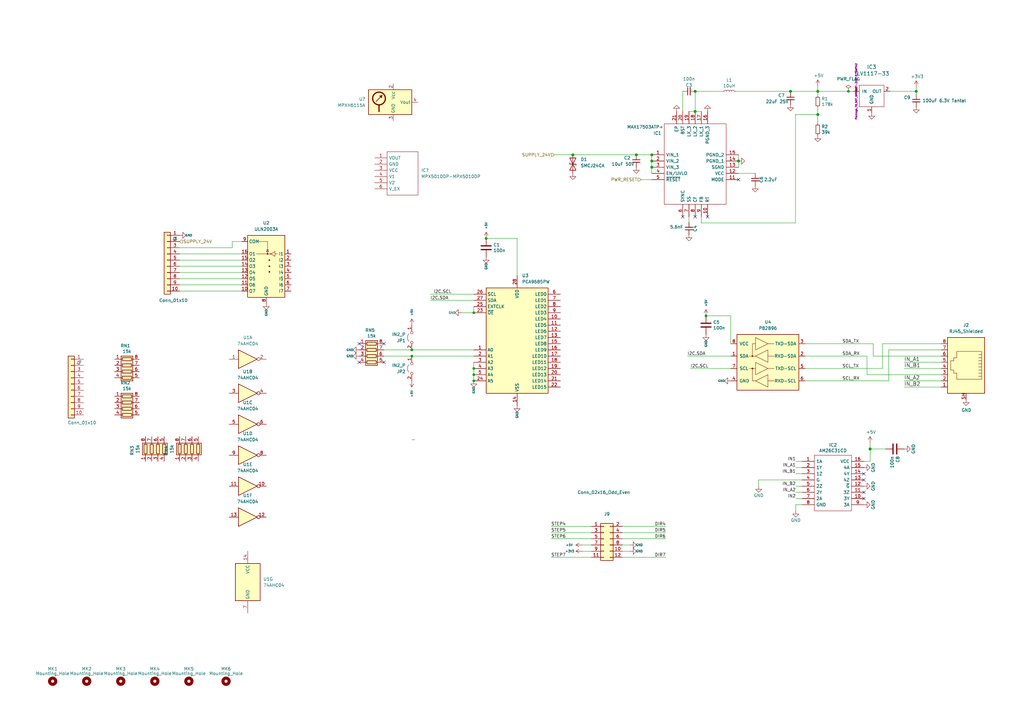
<source format=kicad_sch>
(kicad_sch (version 20211123) (generator eeschema)
  (paper "A3")
  (lib_symbols
    (symbol "74xx:74AHC04"
      (property "Reference" "U" (at 0 1.27 0))
      (property "Value" "74AHC04" (at 0 -1.27 0))
      (symbol "74AHC04_1_0"
        (pin input line (at -7.62 0 0) (length 3.81) (name "~") (number "1"))
        (pin output inverted (at 7.62 0 180) (length 3.81) (name "~") (number "2"))
      )
      (symbol "74AHC04_2_0"
        (pin input line (at -7.62 0 0) (length 3.81) (name "~") (number "3"))
        (pin output inverted (at 7.62 0 180) (length 3.81) (name "~") (number "4"))
      )
      (symbol "74AHC04_3_0"
        (pin input line (at -7.62 0 0) (length 3.81) (name "~") (number "5"))
        (pin output inverted (at 7.62 0 180) (length 3.81) (name "~") (number "6"))
      )
      (symbol "74AHC04_4_0"
        (pin output inverted (at 7.62 0 180) (length 3.81) (name "~") (number "8"))
        (pin input line (at -7.62 0 0) (length 3.81) (name "~") (number "9"))
      )
      (symbol "74AHC04_5_0"
        (pin output inverted (at 7.62 0 180) (length 3.81) (name "~") (number "10"))
        (pin input line (at -7.62 0 0) (length 3.81) (name "~") (number "11"))
      )
      (symbol "74AHC04_6_0"
        (pin output inverted (at 7.62 0 180) (length 3.81) (name "~") (number "12"))
        (pin input line (at -7.62 0 0) (length 3.81) (name "~") (number "13"))
      )
      (symbol "74AHC04_7_0"
        (pin power_in line (at 0 12.7 270) (length 5.08) (name "VCC") (number "14"))
        (pin power_in line (at 0 -12.7 90) (length 5.08) (name "GND") (number "7"))
      )
    )
    (symbol "Connector:RJ45_Shielded" (pin_names (offset 1.016))
      (property "Reference" "J" (at -5.08 13.97 0))
      (property "Value" "RJ45_Shielded" (at 2.54 13.97 0))
      (symbol "RJ45_Shielded_1_1"
        (pin passive line (at 10.16 -7.62 180) (length 2.54) (name "~") (number "1"))
        (pin passive line (at 10.16 -5.08 180) (length 2.54) (name "~") (number "2"))
        (pin passive line (at 10.16 -2.54 180) (length 2.54) (name "~") (number "3"))
        (pin passive line (at 10.16 0 180) (length 2.54) (name "~") (number "4"))
        (pin passive line (at 10.16 2.54 180) (length 2.54) (name "~") (number "5"))
        (pin passive line (at 10.16 5.08 180) (length 2.54) (name "~") (number "6"))
        (pin passive line (at 10.16 7.62 180) (length 2.54) (name "~") (number "7"))
        (pin passive line (at 10.16 10.16 180) (length 2.54) (name "~") (number "8"))
        (pin passive line (at 0 -12.7 90) (length 2.54) (name "~") (number "SH"))
      )
    )
    (symbol "Connector_Generic:Conn_01x10" (pin_names (offset 1.016) hide)
      (property "Reference" "J" (at 0 12.7 0))
      (property "Value" "Conn_01x10" (at 0 -15.24 0))
      (symbol "Conn_01x10_1_1"
        (pin passive line (at -5.08 10.16 0) (length 3.81) (name "Pin_1") (number "1"))
        (pin passive line (at -5.08 -12.7 0) (length 3.81) (name "Pin_10") (number "10"))
        (pin passive line (at -5.08 7.62 0) (length 3.81) (name "Pin_2") (number "2"))
        (pin passive line (at -5.08 5.08 0) (length 3.81) (name "Pin_3") (number "3"))
        (pin passive line (at -5.08 2.54 0) (length 3.81) (name "Pin_4") (number "4"))
        (pin passive line (at -5.08 0 0) (length 3.81) (name "Pin_5") (number "5"))
        (pin passive line (at -5.08 -2.54 0) (length 3.81) (name "Pin_6") (number "6"))
        (pin passive line (at -5.08 -5.08 0) (length 3.81) (name "Pin_7") (number "7"))
        (pin passive line (at -5.08 -7.62 0) (length 3.81) (name "Pin_8") (number "8"))
        (pin passive line (at -5.08 -10.16 0) (length 3.81) (name "Pin_9") (number "9"))
      )
    )
    (symbol "Connector_Generic:Conn_02x06_Odd_Even" (pin_names (offset 1.016) hide)
      (property "Reference" "J" (at 1.27 7.62 0))
      (property "Value" "Conn_02x06_Odd_Even" (at 1.27 -10.16 0))
      (symbol "Conn_02x06_Odd_Even_1_1"
        (pin passive line (at -5.08 5.08 0) (length 3.81) (name "Pin_1") (number "1"))
        (pin passive line (at 7.62 -5.08 180) (length 3.81) (name "Pin_10") (number "10"))
        (pin passive line (at -5.08 -7.62 0) (length 3.81) (name "Pin_11") (number "11"))
        (pin passive line (at 7.62 -7.62 180) (length 3.81) (name "Pin_12") (number "12"))
        (pin passive line (at 7.62 5.08 180) (length 3.81) (name "Pin_2") (number "2"))
        (pin passive line (at -5.08 2.54 0) (length 3.81) (name "Pin_3") (number "3"))
        (pin passive line (at 7.62 2.54 180) (length 3.81) (name "Pin_4") (number "4"))
        (pin passive line (at -5.08 0 0) (length 3.81) (name "Pin_5") (number "5"))
        (pin passive line (at 7.62 0 180) (length 3.81) (name "Pin_6") (number "6"))
        (pin passive line (at -5.08 -2.54 0) (length 3.81) (name "Pin_7") (number "7"))
        (pin passive line (at 7.62 -2.54 180) (length 3.81) (name "Pin_8") (number "8"))
        (pin passive line (at -5.08 -5.08 0) (length 3.81) (name "Pin_9") (number "9"))
      )
    )
    (symbol "Device:C_Small" (pin_numbers hide) (pin_names (offset 0.254) hide)
      (property "Reference" "C" (at 0.254 1.778 0))
      (property "Value" "C_Small" (at 0.254 -2.032 0))
      (symbol "C_Small_1_1"
        (pin passive line (at 0 2.54 270) (length 2.032) (name "~") (number "1"))
        (pin passive line (at 0 -2.54 90) (length 2.032) (name "~") (number "2"))
      )
    )
    (symbol "Device:D_TVS" (pin_numbers hide) (pin_names (offset 1.016) hide)
      (property "Reference" "D" (at 0 2.54 0))
      (property "Value" "D_TVS" (at 0 -2.54 0))
      (symbol "D_TVS_1_1"
        (pin passive line (at -3.81 0 0) (length 2.54) (name "A1") (number "1"))
        (pin passive line (at 3.81 0 180) (length 2.54) (name "A2") (number "2"))
      )
    )
    (symbol "Device:L_Small" (pin_numbers hide) (pin_names (offset 0.254) hide)
      (property "Reference" "L" (at 0.762 1.016 0))
      (property "Value" "L_Small" (at 0.762 -1.016 0))
      (symbol "L_Small_1_1"
        (pin passive line (at 0 2.54 270) (length 0.508) (name "~") (number "1"))
        (pin passive line (at 0 -2.54 90) (length 0.508) (name "~") (number "2"))
      )
    )
    (symbol "Device:R_Small" (pin_numbers hide) (pin_names (offset 0.254) hide)
      (property "Reference" "R" (at 0.762 0.508 0))
      (property "Value" "R_Small" (at 0.762 -1.016 0))
      (symbol "R_Small_1_1"
        (pin passive line (at 0 2.54 270) (length 0.762) (name "~") (number "1"))
        (pin passive line (at 0 -2.54 90) (length 0.762) (name "~") (number "2"))
      )
    )
    (symbol "DriveAdd_Printer_v2-rescue:LM1117-step2cnc-Sensor_tank_v1-rescue-Uni_General_v1-rescue-Uni_Printer_v1-rescue-Uni_Printer-rescue" (pin_names (offset 1.016))
      (property "Reference" "IC" (at 3.81 -7.62 0))
      (property "Value" "LM1117-step2cnc-Sensor_tank_v1-rescue-Uni_General_v1-rescue-Uni_Printer_v1-rescue-Uni_Printer-rescue" (at 0 3.81 0))
      (symbol "LM1117-step2cnc-Sensor_tank_v1-rescue-Uni_General_v1-rescue-Uni_Printer_v1-rescue-Uni_Printer-rescue_1_1"
        (pin power_in line (at 0 -8.89 90) (length 2.54) (name "GND") (number "1"))
        (pin power_out line (at 7.62 0 180) (length 2.54) (name "OUT") (number "2"))
        (pin power_in line (at -7.62 0 0) (length 2.54) (name "IN") (number "3"))
      )
    )
    (symbol "Driver_LED:PCA9685PW"
      (property "Reference" "U" (at -12.7 22.225 0))
      (property "Value" "PCA9685PW" (at 1.27 22.225 0))
      (symbol "PCA9685PW_1_1"
        (pin input line (at -17.78 -5.08 0) (length 5.08) (name "A0") (number "1"))
        (pin output line (at 17.78 7.62 180) (length 5.08) (name "LED4") (number "10"))
        (pin output line (at 17.78 5.08 180) (length 5.08) (name "LED5") (number "11"))
        (pin output line (at 17.78 2.54 180) (length 5.08) (name "LED6") (number "12"))
        (pin output line (at 17.78 0 180) (length 5.08) (name "LED7") (number "13"))
        (pin power_in line (at 0 -27.94 90) (length 5.08) (name "VSS") (number "14"))
        (pin output line (at 17.78 -2.54 180) (length 5.08) (name "LED8") (number "15"))
        (pin output line (at 17.78 -5.08 180) (length 5.08) (name "LED9") (number "16"))
        (pin output line (at 17.78 -7.62 180) (length 5.08) (name "LED10") (number "17"))
        (pin output line (at 17.78 -10.16 180) (length 5.08) (name "LED11") (number "18"))
        (pin output line (at 17.78 -12.7 180) (length 5.08) (name "LED12") (number "19"))
        (pin input line (at -17.78 -7.62 0) (length 5.08) (name "A1") (number "2"))
        (pin output line (at 17.78 -15.24 180) (length 5.08) (name "LED13") (number "20"))
        (pin output line (at 17.78 -17.78 180) (length 5.08) (name "LED14") (number "21"))
        (pin output line (at 17.78 -20.32 180) (length 5.08) (name "LED15") (number "22"))
        (pin input line (at -17.78 10.16 0) (length 5.08) (name "~{OE}") (number "23"))
        (pin input line (at -17.78 -17.78 0) (length 5.08) (name "A5") (number "24"))
        (pin input line (at -17.78 12.7 0) (length 5.08) (name "EXTCLK") (number "25"))
        (pin input line (at -17.78 17.78 0) (length 5.08) (name "SCL") (number "26"))
        (pin bidirectional line (at -17.78 15.24 0) (length 5.08) (name "SDA") (number "27"))
        (pin power_in line (at 0 25.4 270) (length 5.08) (name "VDD") (number "28"))
        (pin input line (at -17.78 -10.16 0) (length 5.08) (name "A2") (number "3"))
        (pin input line (at -17.78 -12.7 0) (length 5.08) (name "A3") (number "4"))
        (pin input line (at -17.78 -15.24 0) (length 5.08) (name "A4") (number "5"))
        (pin output line (at 17.78 17.78 180) (length 5.08) (name "LED0") (number "6"))
        (pin output line (at 17.78 15.24 180) (length 5.08) (name "LED1") (number "7"))
        (pin output line (at 17.78 12.7 180) (length 5.08) (name "LED2") (number "8"))
        (pin output line (at 17.78 10.16 180) (length 5.08) (name "LED3") (number "9"))
      )
    )
    (symbol "Interface_Expansion:P82B96" (pin_names (offset 1.016))
      (property "Reference" "U" (at -12.7 12.7 0))
      (property "Value" "P82B96" (at 5.08 12.7 0))
      (symbol "P82B96_1_1"
        (pin bidirectional line (at -15.24 2.54 0) (length 2.54) (name "SDA") (number "1"))
        (pin input line (at 15.24 2.54 180) (length 2.54) (name "RXD-SDA") (number "2"))
        (pin output line (at 15.24 7.62 180) (length 2.54) (name "TXD-SDA") (number "3"))
        (pin power_in line (at -15.24 -7.62 0) (length 2.54) (name "GND") (number "4"))
        (pin output line (at 15.24 -2.54 180) (length 2.54) (name "TXD-SCL") (number "5"))
        (pin input line (at 15.24 -7.62 180) (length 2.54) (name "RXD-SCL") (number "6"))
        (pin bidirectional line (at -15.24 -2.54 0) (length 2.54) (name "SCL") (number "7"))
        (pin power_in line (at -15.24 7.62 0) (length 2.54) (name "VCC") (number "8"))
      )
    )
    (symbol "Jumper:Jumper_2_Open" (pin_names (offset 0) hide)
      (property "Reference" "JP" (at 0 2.794 0))
      (property "Value" "Jumper_2_Open" (at 0 -2.286 0))
      (symbol "Jumper_2_Open_1_1"
        (pin passive line (at -5.08 0 0) (length 2.54) (name "A") (number "1"))
        (pin passive line (at 5.08 0 180) (length 2.54) (name "B") (number "2"))
      )
    )
    (symbol "MAX17503ATP+:MAX17503ATP+" (pin_names (offset 0.762))
      (property "Reference" "IC" (at 31.75 17.78 0))
      (property "Value" "MAX17503ATP+" (at 31.75 15.24 0))
      (symbol "MAX17503ATP+_0_0"
        (pin passive line (at 0 0 0) (length 5.08) (name "VIN_1") (number "1"))
        (pin passive line (at 22.86 -25.4 90) (length 5.08) (name "RT") (number "10"))
        (pin passive line (at 35.56 -10.16 180) (length 5.08) (name "MODE") (number "11"))
        (pin passive line (at 35.56 -7.62 180) (length 5.08) (name "VCC") (number "12"))
        (pin passive line (at 35.56 -5.08 180) (length 5.08) (name "SGND") (number "13"))
        (pin passive line (at 35.56 -2.54 180) (length 5.08) (name "PGND_1") (number "14"))
        (pin passive line (at 35.56 0 180) (length 5.08) (name "PGND_2") (number "15"))
        (pin passive line (at 22.86 17.78 270) (length 5.08) (name "PGND_3") (number "16"))
        (pin passive line (at 20.32 17.78 270) (length 5.08) (name "LX_1") (number "17"))
        (pin passive line (at 17.78 17.78 270) (length 5.08) (name "LX_2") (number "18"))
        (pin passive line (at 15.24 17.78 270) (length 5.08) (name "LX_3") (number "19"))
        (pin passive line (at 0 -2.54 0) (length 5.08) (name "VIN_2") (number "2"))
        (pin passive line (at 12.7 17.78 270) (length 5.08) (name "BST") (number "20"))
        (pin passive line (at 10.16 17.78 270) (length 5.08) (name "EP") (number "21"))
        (pin passive line (at 0 -5.08 0) (length 5.08) (name "VIN_3") (number "3"))
        (pin passive line (at 0 -7.62 0) (length 5.08) (name "EN/UVLO") (number "4"))
        (pin passive line (at 0 -10.16 0) (length 5.08) (name "~{RESET}") (number "5"))
        (pin passive line (at 12.7 -25.4 90) (length 5.08) (name "SYNC") (number "6"))
        (pin passive line (at 15.24 -25.4 90) (length 5.08) (name "SS") (number "7"))
        (pin passive line (at 17.78 -25.4 90) (length 5.08) (name "CF") (number "8"))
        (pin passive line (at 20.32 -25.4 90) (length 5.08) (name "FB") (number "9"))
      )
    )
    (symbol "Sensor_Pressure:MPXH6115A"
      (property "Reference" "U" (at -10.16 6.35 0))
      (property "Value" "MPXH6115A" (at 1.27 6.35 0))
      (symbol "MPXH6115A_1_1"
        (pin no_connect line (at 5.08 -5.08 90) (length 2.54) hide (name "NC") (number "1"))
        (pin power_in line (at 0 7.62 270) (length 2.54) (name "Vcc") (number "2"))
        (pin power_in line (at 0 -7.62 90) (length 2.54) (name "GND") (number "3"))
        (pin output line (at 10.16 0 180) (length 2.54) (name "Vout") (number "4"))
        (pin no_connect line (at -7.62 -5.08 90) (length 2.54) hide (name "NC") (number "5"))
        (pin no_connect line (at -5.08 -5.08 90) (length 2.54) hide (name "NC") (number "6"))
        (pin no_connect line (at -2.54 -5.08 90) (length 2.54) hide (name "NC") (number "7"))
        (pin no_connect line (at 2.54 -5.08 90) (length 2.54) hide (name "NC") (number "8"))
      )
    )
    (symbol "Transistor_Array:ULN2003A"
      (property "Reference" "U" (at 0 15.875 0))
      (property "Value" "ULN2003A" (at 0 13.97 0))
      (symbol "ULN2003A_1_1"
        (pin input line (at -10.16 5.08 0) (length 2.54) (name "I1") (number "1"))
        (pin open_collector line (at 10.16 -10.16 180) (length 2.54) (name "O7") (number "10"))
        (pin open_collector line (at 10.16 -7.62 180) (length 2.54) (name "O6") (number "11"))
        (pin open_collector line (at 10.16 -5.08 180) (length 2.54) (name "O5") (number "12"))
        (pin open_collector line (at 10.16 -2.54 180) (length 2.54) (name "O4") (number "13"))
        (pin open_collector line (at 10.16 0 180) (length 2.54) (name "O3") (number "14"))
        (pin open_collector line (at 10.16 2.54 180) (length 2.54) (name "O2") (number "15"))
        (pin open_collector line (at 10.16 5.08 180) (length 2.54) (name "O1") (number "16"))
        (pin input line (at -10.16 2.54 0) (length 2.54) (name "I2") (number "2"))
        (pin input line (at -10.16 0 0) (length 2.54) (name "I3") (number "3"))
        (pin input line (at -10.16 -2.54 0) (length 2.54) (name "I4") (number "4"))
        (pin input line (at -10.16 -5.08 0) (length 2.54) (name "I5") (number "5"))
        (pin input line (at -10.16 -7.62 0) (length 2.54) (name "I6") (number "6"))
        (pin input line (at -10.16 -10.16 0) (length 2.54) (name "I7") (number "7"))
        (pin power_in line (at 0 -15.24 90) (length 2.54) (name "GND") (number "8"))
        (pin passive line (at 10.16 10.16 180) (length 2.54) (name "COM") (number "9"))
      )
    )
    (symbol "Uni_Printer-rescue:+5V-power" (power) (pin_names (offset 0))
      (property "Value" "+5V-power" (at 0 3.556 0))
      (symbol "+5V-power_1_1"
        (pin power_in line (at 0 0 90) (length 0) hide (name "+5V") (number "1"))
      )
    )
    (symbol "Uni_Printer-rescue:AM26C31CD-AM26C31CD-Uni_Printer_v1-rescue" (pin_names (offset 0.762))
      (property "Reference" "IC" (at 21.59 7.62 0))
      (property "Value" "AM26C31CD-AM26C31CD-Uni_Printer_v1-rescue" (at 21.59 5.08 0))
      (symbol "AM26C31CD-AM26C31CD-Uni_Printer_v1-rescue_0_0"
        (pin bidirectional line (at 0 0 0) (length 5.08) (name "1A") (number "1"))
        (pin bidirectional line (at 25.4 -15.24 180) (length 5.08) (name "3Y") (number "10"))
        (pin bidirectional line (at 25.4 -12.7 180) (length 5.08) (name "3Z") (number "11"))
        (pin bidirectional line (at 25.4 -10.16 180) (length 5.08) (name "~{G}") (number "12"))
        (pin bidirectional line (at 25.4 -7.62 180) (length 5.08) (name "4Z") (number "13"))
        (pin bidirectional line (at 25.4 -5.08 180) (length 5.08) (name "4Y") (number "14"))
        (pin bidirectional line (at 25.4 -2.54 180) (length 5.08) (name "4A") (number "15"))
        (pin bidirectional line (at 25.4 0 180) (length 5.08) (name "VCC") (number "16"))
        (pin bidirectional line (at 0 -2.54 0) (length 5.08) (name "1Y") (number "2"))
        (pin bidirectional line (at 0 -5.08 0) (length 5.08) (name "1Z") (number "3"))
        (pin bidirectional line (at 0 -7.62 0) (length 5.08) (name "G") (number "4"))
        (pin bidirectional line (at 0 -10.16 0) (length 5.08) (name "2Z") (number "5"))
        (pin bidirectional line (at 0 -12.7 0) (length 5.08) (name "2Y") (number "6"))
        (pin bidirectional line (at 0 -15.24 0) (length 5.08) (name "2A") (number "7"))
        (pin bidirectional line (at 0 -17.78 0) (length 5.08) (name "GND") (number "8"))
        (pin bidirectional line (at 25.4 -17.78 180) (length 5.08) (name "3A") (number "9"))
      )
    )
    (symbol "Uni_Printer-rescue:C-Device" (pin_numbers hide) (pin_names (offset 0.254))
      (property "Reference" "C" (at 0.635 2.54 0))
      (property "Value" "C-Device" (at 0.635 -2.54 0))
      (symbol "C-Device_1_1"
        (pin passive line (at 0 3.81 270) (length 2.794) (name "~") (number "1"))
        (pin passive line (at 0 -3.81 90) (length 2.794) (name "~") (number "2"))
      )
    )
    (symbol "Uni_Printer-rescue:GND-Sensor_tank_v1-rescue-Uni_General_v1-rescue-Uni_Printer_v1-rescue" (power) (pin_names (offset 0))
      (property "Value" "GND-Sensor_tank_v1-rescue-Uni_General_v1-rescue-Uni_Printer_v1-rescue" (at 0 -3.81 0))
      (symbol "GND-Sensor_tank_v1-rescue-Uni_General_v1-rescue-Uni_Printer_v1-rescue_1_1"
        (pin power_in line (at 0 0 270) (length 0) hide (name "GND") (number "1"))
      )
    )
    (symbol "Uni_Printer-rescue:GND-power" (power) (pin_names (offset 0))
      (property "Value" "GND-power" (at 0 -3.81 0))
      (symbol "GND-power_1_1"
        (pin power_in line (at 0 0 270) (length 0) hide (name "GND") (number "1"))
      )
    )
    (symbol "Uni_Printer-rescue:R_Pack04-Device" (pin_names (offset 0) hide)
      (property "Reference" "RN" (at -7.62 0 90))
      (property "Value" "R_Pack04-Device" (at 5.08 0 90))
      (symbol "R_Pack04-Device_1_1"
        (pin passive line (at -5.08 -5.08 90) (length 2.54) (name "R1.1") (number "1"))
        (pin passive line (at -2.54 -5.08 90) (length 2.54) (name "R2.1") (number "2"))
        (pin passive line (at 0 -5.08 90) (length 2.54) (name "R3.1") (number "3"))
        (pin passive line (at 2.54 -5.08 90) (length 2.54) (name "R4.1") (number "4"))
        (pin passive line (at 2.54 5.08 270) (length 2.54) (name "R4.2") (number "5"))
        (pin passive line (at 0 5.08 270) (length 2.54) (name "R3.2") (number "6"))
        (pin passive line (at -2.54 5.08 270) (length 2.54) (name "R2.2") (number "7"))
        (pin passive line (at -5.08 5.08 270) (length 2.54) (name "R1.2") (number "8"))
      )
    )
    (symbol "Uni_stick-rescue:MPX5010DP-MPX5010DP" (pin_names (offset 0.762))
      (property "Reference" "IC" (at 19.05 7.62 0))
      (property "Value" "MPX5010DP-MPX5010DP" (at 19.05 5.08 0))
      (symbol "MPX5010DP-MPX5010DP_0_0"
        (pin unspecified line (at 0 0 0) (length 5.08) (name "VOUT") (number "1"))
        (pin unspecified line (at 0 -2.54 0) (length 5.08) (name "GND") (number "2"))
        (pin unspecified line (at 0 -5.08 0) (length 5.08) (name "VCC") (number "3"))
        (pin unspecified line (at 0 -7.62 0) (length 5.08) (name "V1") (number "4"))
        (pin unspecified line (at 0 -10.16 0) (length 5.08) (name "V2") (number "5"))
        (pin unspecified line (at 0 -12.7 0) (length 5.08) (name "V_EX") (number "6"))
      )
    )
    (symbol "Uni_stick-rescue:Mounting_Hole-Sensor_tank_v1-rescue-Uni_General_v1-rescue-Uni_Printer_v1-rescue-Uni_Printer-rescue-Uni_stick-rescue" (pin_names (offset 1.016))
      (property "Reference" "MK" (at 0 5.08 0))
      (property "Value" "Mounting_Hole-Sensor_tank_v1-rescue-Uni_General_v1-rescue-Uni_Printer_v1-rescue-Uni_Printer-rescue-Uni_stick-rescue" (at 0 3.175 0))
    )
    (symbol "mfc_base_lib:+5V" (power) (pin_names (offset 0))
      (property "Value" "+5V" (at 0 3.556 0))
      (symbol "+5V_1_1"
        (pin power_in line (at 0 0 90) (length 0) hide (name "+5V") (number "1"))
      )
    )
    (symbol "power:+3V3" (power) (pin_names (offset 0))
      (property "Value" "+3V3" (at 0 3.556 0))
      (symbol "+3V3_1_1"
        (pin power_in line (at 0 0 90) (length 0) hide (name "+3V3") (number "1"))
      )
    )
    (symbol "power:+5V" (power) (pin_names (offset 0))
      (property "Value" "+5V" (at 0 3.556 0))
      (symbol "+5V_1_1"
        (pin power_in line (at 0 0 90) (length 0) hide (name "+5V") (number "1"))
      )
    )
    (symbol "power:GND" (power) (pin_names (offset 0))
      (property "Value" "GND" (at 0 -3.81 0))
      (symbol "GND_1_1"
        (pin power_in line (at 0 0 270) (length 0) hide (name "GND") (number "1"))
      )
    )
    (symbol "power:PWR_FLAG" (power) (pin_numbers hide) (pin_names (offset 0) hide)
      (property "Value" "PWR_FLAG" (at 0 3.81 0))
      (symbol "PWR_FLAG_0_0"
        (pin power_out line (at 0 0 90) (length 0) (name "pwr") (number "1"))
      )
    )
  )
  (junction (at 285.115 37.465) (diameter 1.016))
  (junction (at 324.231 37.465) (diameter 1.016))
  (junction (at 194.31 151.13))
  (junction (at 234.95 63.5) (diameter 1.016))
  (junction (at 302.895 66.04) (diameter 1.016))
  (junction (at 347.98 37.465))
  (junction (at 168.91 146.05))
  (junction (at 335.407 37.465) (diameter 1.016))
  (junction (at 356.87 184.15) (diameter 1.016))
  (junction (at 194.31 128.27))
  (junction (at 168.91 143.51))
  (junction (at 199.39 97.79))
  (junction (at 267.335 66.04) (diameter 1.016))
  (junction (at 289.56 129.54))
  (junction (at 260.985 63.5) (diameter 1.016))
  (junction (at 335.407 46.99) (diameter 1.016))
  (junction (at 285.115 45.72) (diameter 1.016))
  (junction (at 267.335 63.5) (diameter 1.016))
  (junction (at 194.31 153.67))
  (junction (at 194.31 156.21))
  (junction (at 375.793 37.465) (diameter 1.016))
  (junction (at 267.335 68.58) (diameter 1.016))
  (no_connect (at 290.195 88.9))
  (no_connect (at 354.33 196.85))
  (no_connect (at 280.035 88.9))
  (no_connect (at 354.33 204.47))
  (no_connect (at 354.33 194.31))
  (no_connect (at 354.33 201.93))
  (no_connect (at 302.895 73.66))
  (no_connect (at 147.32 148.59))
  (no_connect (at 147.32 140.97))
  (no_connect (at 157.48 140.97))
  (no_connect (at 157.48 148.59))
  (no_connect (at 285.115 88.9))
  (wire (pts (xy 386.08 151.13) (xy 370.84 151.13)))
  (wire (pts (xy 326.39 191.77) (xy 328.93 191.77)))
  (wire (pts (xy 73.66 114.3) (xy 99.06 114.3)))
  (wire (pts (xy 255.27 220.98) (xy 273.05 220.98)))
  (wire (pts (xy 386.08 148.59) (xy 370.84 148.59)))
  (wire (pts (xy 287.655 91.44) (xy 326.263 91.44)))
  (wire (pts (xy 267.335 66.04) (xy 267.335 68.58)))
  (wire (pts (xy 260.985 63.5) (xy 267.335 63.5)))
  (wire (pts (xy 282.575 45.72) (xy 285.115 45.72)))
  (wire (pts (xy 227.33 63.5) (xy 234.95 63.5)))
  (wire (pts (xy 283.21 151.13) (xy 299.72 151.13)))
  (wire (pts (xy 262.89 73.66) (xy 267.335 73.66)))
  (wire (pts (xy 330.2 151.13) (xy 361.95 151.13)))
  (wire (pts (xy 73.66 119.38) (xy 99.06 119.38)))
  (wire (pts (xy 194.31 148.59) (xy 194.31 151.13)))
  (wire (pts (xy 330.2 146.05) (xy 355.6 146.05)))
  (wire (pts (xy 302.895 71.12) (xy 309.753 71.12)))
  (wire (pts (xy 365.125 37.465) (xy 375.793 37.465)))
  (wire (pts (xy 255.27 218.44) (xy 273.05 218.44)))
  (wire (pts (xy 285.115 45.72) (xy 287.655 45.72)))
  (wire (pts (xy 356.87 189.23) (xy 356.87 184.15)))
  (wire (pts (xy 242.57 223.52) (xy 238.76 223.52)))
  (wire (pts (xy 212.09 97.79) (xy 212.09 113.03)))
  (wire (pts (xy 326.263 46.99) (xy 335.407 46.99)))
  (wire (pts (xy 73.66 116.84) (xy 99.06 116.84)))
  (wire (pts (xy 73.66 109.22) (xy 99.06 109.22)))
  (wire (pts (xy 255.27 223.52) (xy 258.445 223.52)))
  (wire (pts (xy 328.93 189.23) (xy 326.39 189.23)))
  (wire (pts (xy 354.33 189.23) (xy 356.87 189.23)))
  (wire (pts (xy 335.407 44.196) (xy 335.407 46.99)))
  (wire (pts (xy 328.93 194.31) (xy 326.39 194.31)))
  (wire (pts (xy 273.05 228.6) (xy 255.27 228.6)))
  (wire (pts (xy 73.66 101.6) (xy 95.25 101.6)))
  (wire (pts (xy 238.76 226.06) (xy 242.57 226.06)))
  (wire (pts (xy 364.49 143.51) (xy 386.08 143.51)))
  (wire (pts (xy 347.98 37.465) (xy 349.885 37.465)))
  (wire (pts (xy 73.66 106.68) (xy 99.06 106.68)))
  (wire (pts (xy 199.39 97.79) (xy 212.09 97.79)))
  (wire (pts (xy 157.48 143.51) (xy 168.91 143.51)))
  (wire (pts (xy 194.31 151.13) (xy 194.31 153.67)))
  (wire (pts (xy 285.115 37.465) (xy 296.545 37.465)))
  (wire (pts (xy 287.655 88.9) (xy 287.655 91.44)))
  (wire (pts (xy 355.6 153.67) (xy 386.08 153.67)))
  (wire (pts (xy 311.15 199.39) (xy 311.15 196.85)))
  (wire (pts (xy 194.31 123.19) (xy 176.53 123.19)))
  (wire (pts (xy 168.91 143.51) (xy 194.31 143.51)))
  (wire (pts (xy 234.95 63.5) (xy 260.985 63.5)))
  (wire (pts (xy 194.31 125.73) (xy 194.31 128.27)))
  (wire (pts (xy 282.575 88.9) (xy 282.575 91.186)))
  (wire (pts (xy 324.231 37.465) (xy 335.407 37.465)))
  (wire (pts (xy 328.93 201.93) (xy 326.39 201.93)))
  (wire (pts (xy 255.27 226.06) (xy 258.445 226.06)))
  (wire (pts (xy 301.625 37.465) (xy 324.231 37.465)))
  (wire (pts (xy 330.2 140.97) (xy 358.14 140.97)))
  (wire (pts (xy 311.15 196.85) (xy 328.93 196.85)))
  (wire (pts (xy 285.115 37.465) (xy 285.115 45.72)))
  (wire (pts (xy 324.231 37.465) (xy 324.231 37.846)))
  (wire (pts (xy 386.08 156.21) (xy 370.84 156.21)))
  (wire (pts (xy 95.25 99.06) (xy 99.06 99.06)))
  (wire (pts (xy 176.53 120.65) (xy 194.31 120.65)))
  (wire (pts (xy 326.39 207.01) (xy 328.93 207.01)))
  (wire (pts (xy 170.18 180.34) (xy 168.91 180.34)))
  (wire (pts (xy 73.66 111.76) (xy 99.06 111.76)))
  (wire (pts (xy 361.95 151.13) (xy 361.95 140.97)))
  (wire (pts (xy 386.08 158.75) (xy 370.84 158.75)))
  (wire (pts (xy 289.56 129.54) (xy 299.72 129.54)))
  (wire (pts (xy 226.06 220.98) (xy 242.57 220.98)))
  (wire (pts (xy 280.035 37.465) (xy 280.035 45.72)))
  (wire (pts (xy 375.793 37.465) (xy 375.793 38.735)))
  (wire (pts (xy 302.895 63.5) (xy 302.895 66.04)))
  (wire (pts (xy 335.407 46.99) (xy 335.407 50.546)))
  (wire (pts (xy 299.72 146.05) (xy 281.94 146.05)))
  (wire (pts (xy 356.87 184.15) (xy 363.22 184.15)))
  (wire (pts (xy 157.48 146.05) (xy 168.91 146.05)))
  (wire (pts (xy 326.263 91.44) (xy 326.263 46.99)))
  (wire (pts (xy 226.06 228.6) (xy 242.57 228.6)))
  (wire (pts (xy 355.6 146.05) (xy 355.6 153.67)))
  (wire (pts (xy 358.14 140.97) (xy 358.14 146.05)))
  (wire (pts (xy 255.27 215.9) (xy 273.05 215.9)))
  (wire (pts (xy 364.49 143.51) (xy 364.49 156.21)))
  (wire (pts (xy 335.407 37.465) (xy 347.98 37.465)))
  (wire (pts (xy 361.95 140.97) (xy 386.08 140.97)))
  (wire (pts (xy 267.335 63.5) (xy 267.335 66.04)))
  (wire (pts (xy 226.06 218.44) (xy 242.57 218.44)))
  (wire (pts (xy 189.23 128.27) (xy 194.31 128.27)))
  (wire (pts (xy 330.2 156.21) (xy 364.49 156.21)))
  (wire (pts (xy 299.72 129.54) (xy 299.72 140.97)))
  (wire (pts (xy 326.39 199.39) (xy 328.93 199.39)))
  (wire (pts (xy 335.407 37.465) (xy 335.407 39.116)))
  (wire (pts (xy 73.66 104.14) (xy 99.06 104.14)))
  (wire (pts (xy 302.895 66.04) (xy 302.895 68.58)))
  (wire (pts (xy 326.39 204.47) (xy 328.93 204.47)))
  (wire (pts (xy 267.335 68.58) (xy 267.335 71.12)))
  (wire (pts (xy 95.25 101.6) (xy 95.25 99.06)))
  (wire (pts (xy 335.407 35.306) (xy 335.407 37.465)))
  (wire (pts (xy 168.91 146.05) (xy 194.31 146.05)))
  (wire (pts (xy 226.06 215.9) (xy 242.57 215.9)))
  (wire (pts (xy 375.793 35.687) (xy 375.793 37.465)))
  (wire (pts (xy 358.14 146.05) (xy 386.08 146.05)))
  (wire (pts (xy 356.87 184.15) (xy 356.87 181.61)))
  (wire (pts (xy 326.39 209.55) (xy 326.39 207.01)))
  (wire (pts (xy 194.31 153.67) (xy 194.31 156.21)))
  (label "DIR7" (at 273.05 228.6 180))
  (label "I2C.SCL" (at 283.21 151.13 0))
  (label "IN_A1" (at 326.39 191.77 180))
  (label "IN_B2" (at 326.39 199.39 180))
  (label "SDA_RX" (at 345.44 146.05 0))
  (label "STEP5" (at 226.06 218.44 0))
  (label "IN2" (at 326.39 204.47 180))
  (label "STEP6" (at 226.06 220.98 0))
  (label "I2C.SDA" (at 281.94 146.05 0))
  (label "DIR4" (at 273.05 215.9 180))
  (label "IN_A2" (at 326.39 201.93 180))
  (label "I2C.SCL" (at 177.8 120.65 0))
  (label "SDA_TX" (at 345.44 140.97 0))
  (label "SCL_RX" (at 345.44 156.21 0))
  (label "IN_A1" (at 370.84 148.59 0) (effects (font (size 1.524 1.524))))
  (label "IN_B1" (at 370.84 151.13 0) (effects (font (size 1.524 1.524))))
  (label "IN_B2" (at 370.84 158.75 0) (effects (font (size 1.524 1.524))))
  (label "IN_B1" (at 326.39 194.31 180))
  (label "I2C.SDA" (at 176.53 123.19 0))
  (label "SCL_TX" (at 345.44 151.13 0))
  (label "STEP4" (at 226.06 215.9 0))
  (label "DIR5" (at 273.05 218.44 180))
  (label "IN1" (at 326.39 189.23 180))
  (label "STEP7" (at 226.06 228.6 0))
  (label "DIR6" (at 273.05 220.98 180))
  (label "IN_A2" (at 370.84 156.21 0) (effects (font (size 1.524 1.524))))
  (hierarchical_label "SUPPLY_24V" (shape input) (at 227.33 63.5 180))
  (hierarchical_label "PWR_RESET" (shape input) (at 262.89 73.66 180))
  (hierarchical_label "SUPPLY_24V" (shape input) (at 73.66 99.06 0))
  (symbol (lib_id "Uni_stick-rescue:Mounting_Hole-Sensor_tank_v1-rescue-Uni_General_v1-rescue-Uni_Printer_v1-rescue-Uni_Printer-rescue-Uni_stick-rescue") (at 21.59 279.4 0) (unit 1)
    (property "Reference" "MK1" (at 21.59 274.32 0))
    (property "Value" "Mounting_Hole" (at 21.59 276.225 0))
    (property "Footprint" "MountingHole:MountingHole_3.2mm_M3" (effects hide))
  )
  (symbol (lib_id "Uni_stick-rescue:Mounting_Hole-Sensor_tank_v1-rescue-Uni_General_v1-rescue-Uni_Printer_v1-rescue-Uni_Printer-rescue-Uni_stick-rescue") (at 35.56 279.4 0) (unit 1)
    (property "Reference" "MK2" (at 35.56 274.32 0))
    (property "Value" "Mounting_Hole" (at 35.56 276.225 0))
    (property "Footprint" "MountingHole:MountingHole_3.2mm_M3" (effects hide))
  )
  (symbol (lib_id "Uni_stick-rescue:Mounting_Hole-Sensor_tank_v1-rescue-Uni_General_v1-rescue-Uni_Printer_v1-rescue-Uni_Printer-rescue-Uni_stick-rescue") (at 49.53 279.4 0) (unit 1)
    (property "Reference" "MK3" (at 49.53 274.32 0))
    (property "Value" "Mounting_Hole" (at 49.53 276.225 0))
    (property "Footprint" "MountingHole:MountingHole_3.2mm_M3" (effects hide))
  )
  (symbol (lib_id "Uni_stick-rescue:Mounting_Hole-Sensor_tank_v1-rescue-Uni_General_v1-rescue-Uni_Printer_v1-rescue-Uni_Printer-rescue-Uni_stick-rescue") (at 63.5 279.4 0) (unit 1)
    (property "Reference" "MK4" (at 63.5 274.32 0))
    (property "Value" "Mounting_Hole" (at 63.5 276.225 0))
    (property "Footprint" "MountingHole:MountingHole_3.2mm_M3" (effects hide))
  )
  (symbol (lib_id "Connector_Generic:Conn_01x10") (at 29.21 157.48 0) (mirror y) (unit 1)
    (property "Reference" "J7" (at 32.385 148.59 0))
    (property "Value" "Conn_01x10" (at 33.655 173.355 0))
    (property "Footprint" "Biblioteki:PhoenixContact_MC-G_10x3.50mm_Angled" (effects hide))
  )
  (symbol (lib_id "Uni_stick-rescue:Mounting_Hole-Sensor_tank_v1-rescue-Uni_General_v1-rescue-Uni_Printer_v1-rescue-Uni_Printer-rescue-Uni_stick-rescue") (at 77.47 279.4 0) (unit 1)
    (property "Reference" "MK5" (at 77.47 274.32 0))
    (property "Value" "Mounting_Hole" (at 77.47 276.225 0))
    (property "Footprint" "MountingHole:MountingHole_3.2mm_M3" (effects hide))
  )
  (symbol (lib_id "Uni_stick-rescue:Mounting_Hole-Sensor_tank_v1-rescue-Uni_General_v1-rescue-Uni_Printer_v1-rescue-Uni_Printer-rescue-Uni_stick-rescue") (at 92.71 279.4 0) (unit 1)
    (property "Reference" "MK6" (at 92.71 274.32 0))
    (property "Value" "Mounting_Hole" (at 92.71 276.225 0))
    (property "Footprint" "MountingHole:MountingHole_3.2mm_M3" (effects hide))
  )
  (symbol (lib_id "DriveAdd_Printer_v2-rescue:LM1117-step2cnc-Sensor_tank_v1-rescue-Uni_General_v1-rescue-Uni_Printer_v1-rescue-Uni_Printer-rescue") (at 357.505 37.465 0) (unit 1)
    (property "Reference" "IC3" (at 357.505 27.483 0) (effects (font (size 1.524 1.524))))
    (property "Value" "TLV1117-33" (at 357.505 30.1752 0) (effects (font (size 1.524 1.524))))
    (property "Footprint" "Package_TO_SOT_SMD:SOT-223-3_TabPin2" (at 351.155 37.465 90) (effects (font (size 0.7112 0.7112))))
    (property "TME" "TLV1117-33CDCYG3" (effects hide))
  )
  (symbol (lib_id "Uni_Printer-rescue:R_Pack04-Device") (at 152.4 146.05 270) (unit 1)
    (property "Reference" "RN5" (at 151.765 135.4582 90))
    (property "Value" "15k" (at 152.4 137.7696 90))
    (property "Footprint" "moje:R_Array_Convex_4x0603" (effects hide))
    (property "TME" "DR1206-100R-4/8" (effects hide))
  )
  (symbol (lib_id "Uni_Printer-rescue:GND-power") (at 396.24 163.83 0) (unit 1)
    (property "Reference" "#PWR0113" (effects hide))
    (property "Value" "GND" (at 396.367 168.2242 0))
  )
  (symbol (lib_id "Jumper:Jumper_2_Open") (at 168.91 138.43 90) (mirror x) (unit 1)
    (property "Reference" "JP1" (at 166.37 139.7 90) (effects (justify left)))
    (property "Value" "IN2_P" (at 166.37 137.16 90) (effects (justify left)))
    (property "Footprint" "Jumper:SolderJumper-2_P1.3mm_Open_RoundedPad1.0x1.5mm" (effects hide))
  )
  (symbol (lib_id "Uni_Printer-rescue:GND-Sensor_tank_v1-rescue-Uni_General_v1-rescue-Uni_Printer_v1-rescue") (at 189.23 128.27 270) (mirror x) (unit 1)
    (property "Reference" "#PWR0124" (effects hide))
    (property "Value" "GND" (at 185.42 128.27 90) (effects (font (size 0.9 0.9))))
  )
  (symbol (lib_id "Uni_Printer-rescue:R_Pack04-Device") (at 52.07 152.4 270) (unit 1)
    (property "Reference" "RN1" (at 51.435 141.8082 90))
    (property "Value" "15k" (at 52.07 144.1196 90))
    (property "Footprint" "moje:R_Array_Convex_4x0603" (effects hide))
    (property "TME" "DR1206-100R-4/8" (effects hide))
  )
  (symbol (lib_id "Interface_Expansion:P82B96") (at 314.96 148.59 0) (unit 1)
    (property "Reference" "U4" (at 314.96 132.08 0))
    (property "Value" "P82B96" (at 314.96 134.62 0))
    (property "Footprint" "Package_SO:TSSOP-8_4.4x3mm_P0.65mm" (effects hide))
    (property "Datasheet" "http://www.nxp.com/documents/data_sheet/P82B96.pdf" (effects hide))
  )
  (symbol (lib_id "power:GND") (at 375.793 43.815 0) (unit 1)
    (property "Reference" "#PWR0114" (effects hide))
    (property "Value" "GND-lampa_uv-cache-Sensor_tank_v1-rescue-Uni_General_v1-rescue-Uni_Printer_v1-rescue" (effects hide))
  )
  (symbol (lib_id "Uni_Printer-rescue:R_Pack04-Device") (at 64.77 184.15 0) (unit 1)
    (property "Reference" "RN3" (at 54.1782 184.785 90))
    (property "Value" "15k" (at 56.4896 184.15 90))
    (property "Footprint" "moje:R_Array_Convex_4x0603" (effects hide))
    (property "TME" "DR1206-100R-4/8" (effects hide))
  )
  (symbol (lib_id "74xx:74AHC04") (at 101.6 186.69 0) (unit 4)
    (property "Reference" "U1" (at 101.6 177.8 0))
    (property "Value" "74AHC04" (at 101.6 180.34 0))
    (property "Datasheet" "https://assets.nexperia.com/documents/data-sheet/74AHC_AHCT04.pdf" (effects hide))
  )
  (symbol (lib_id "Device:L_Small") (at 299.085 37.465 90) (unit 1)
    (property "Reference" "L1" (at 299.085 32.868 90))
    (property "Value" "10uH" (at 299.085 35.179 90))
    (property "Footprint" "moje:HPI0630" (effects hide))
    (property "TME" "HPI0630-100" (effects hide))
  )
  (symbol (lib_id "Uni_Printer-rescue:GND-Sensor_tank_v1-rescue-Uni_General_v1-rescue-Uni_Printer_v1-rescue") (at 109.22 124.46 0) (mirror y) (unit 1)
    (property "Reference" "#PWR0135" (effects hide))
    (property "Value" "GND" (at 109.22 128.27 90) (effects (font (size 0.9 0.9))))
  )
  (symbol (lib_id "Device:C_Small") (at 260.985 66.04 0) (unit 1)
    (property "Reference" "C2" (at 255.905 64.77 0) (effects (justify left)))
    (property "Value" "10uF 50V" (at 250.825 67.31 0) (effects (justify left)))
    (property "Footprint" "Capacitor_SMD:C_1210_3225Metric" (effects hide))
    (property "TME" "1210B106K500CT" (effects hide))
  )
  (symbol (lib_id "power:GND") (at 324.231 42.926 0) (unit 1)
    (property "Reference" "#PWR0116" (effects hide))
    (property "Value" "GND-lampa_uv-cache-Sensor_tank_v1-rescue-Uni_General_v1-rescue-Uni_Printer_v1-rescue" (effects hide))
  )
  (symbol (lib_id "Uni_Printer-rescue:GND-Sensor_tank_v1-rescue-Uni_General_v1-rescue-Uni_Printer_v1-rescue") (at 258.445 223.52 90) (mirror x) (unit 1)
    (property "Reference" "#PWR0154" (effects hide))
    (property "Value" "GND" (at 262.255 223.52 90) (effects (font (size 0.9 0.9))))
  )
  (symbol (lib_id "Uni_Printer-rescue:GND-Sensor_tank_v1-rescue-Uni_General_v1-rescue-Uni_Printer_v1-rescue") (at 311.15 199.39 0) (unit 1)
    (property "Reference" "#PWR0110" (effects hide))
    (property "Value" "GND" (at 311.15 203.2 0))
  )
  (symbol (lib_id "power:GND") (at 277.495 45.72 180) (unit 1)
    (property "Reference" "#PWR0118" (effects hide))
    (property "Value" "GND-lampa_uv-cache-Sensor_tank_v1-rescue-Uni_General_v1-rescue-Uni_Printer_v1-rescue" (effects hide))
  )
  (symbol (lib_id "power:GND") (at 290.195 45.72 180) (unit 1)
    (property "Reference" "#PWR0121" (effects hide))
    (property "Value" "GND-lampa_uv-cache-Sensor_tank_v1-rescue-Uni_General_v1-rescue-Uni_Printer_v1-rescue" (effects hide))
  )
  (symbol (lib_id "Uni_Printer-rescue:R_Pack04-Device") (at 78.74 184.15 0) (unit 1)
    (property "Reference" "RN4" (at 68.1482 184.785 90))
    (property "Value" "15k" (at 70.4596 184.15 90))
    (property "Footprint" "moje:R_Array_Convex_4x0603" (effects hide))
    (property "TME" "DR1206-100R-4/8" (effects hide))
  )
  (symbol (lib_id "Uni_Printer-rescue:GND-Sensor_tank_v1-rescue-Uni_General_v1-rescue-Uni_Printer_v1-rescue") (at 199.39 105.41 0) (mirror y) (unit 1)
    (property "Reference" "#PWR0123" (effects hide))
    (property "Value" "GND" (at 199.39 109.22 90) (effects (font (size 0.9 0.9))))
  )
  (symbol (lib_id "Driver_LED:PCA9685PW") (at 212.09 138.43 0) (unit 1)
    (property "Reference" "U3" (at 214.1094 113.03 0) (effects (justify left)))
    (property "Value" "PCA9685PW" (at 214.1094 115.57 0) (effects (justify left)))
    (property "Footprint" "Package_SO:TSSOP-28_4.4x9.7mm_P0.65mm" (effects hide))
    (property "Datasheet" "http://www.nxp.com/documents/data_sheet/PCA9685.pdf" (effects hide))
  )
  (symbol (lib_id "74xx:74AHC04") (at 101.6 199.39 0) (unit 5)
    (property "Reference" "U1" (at 101.6 190.5 0))
    (property "Value" "74AHC04" (at 101.6 193.04 0))
    (property "Datasheet" "https://assets.nexperia.com/documents/data-sheet/74AHC_AHCT04.pdf" (effects hide))
  )
  (symbol (lib_id "Uni_Printer-rescue:R_Pack04-Device") (at 52.07 167.64 270) (unit 1)
    (property "Reference" "RN2" (at 51.435 157.0482 90))
    (property "Value" "15k" (at 52.07 159.3596 90))
    (property "Footprint" "moje:R_Array_Convex_4x0603" (effects hide))
    (property "TME" "DR1206-100R-4/8" (effects hide))
  )
  (symbol (lib_id "Device:C_Small") (at 324.231 40.386 0) (unit 1)
    (property "Reference" "C7" (at 319.151 39.116 0) (effects (justify left)))
    (property "Value" "22uF 25V" (at 314.071 41.656 0) (effects (justify left)))
    (property "Footprint" "Capacitor_SMD:C_1210_3225Metric" (effects hide))
    (property "TME" "CL32A226KAJNNNE" (effects hide))
  )
  (symbol (lib_id "Connector_Generic:Conn_02x06_Odd_Even") (at 247.65 220.98 0) (unit 1)
    (property "Reference" "J9" (at 248.92 210.82 0))
    (property "Value" "Conn_02x16_Odd_Even" (at 247.65 201.93 0))
    (property "Footprint" "Connector_PinHeader_2.54mm:PinHeader_2x06_P2.54mm_Vertical" (effects hide))
  )
  (symbol (lib_id "Uni_Printer-rescue:GND-Sensor_tank_v1-rescue-Uni_General_v1-rescue-Uni_Printer_v1-rescue") (at 326.39 209.55 0) (unit 1)
    (property "Reference" "#PWR0106" (effects hide))
    (property "Value" "GND" (at 326.39 213.36 0))
  )
  (symbol (lib_id "mfc_base_lib:+5V") (at 289.56 129.54 0) (unit 1)
    (property "Reference" "#PWR0103" (effects hide))
    (property "Value" "+5V" (at 289.56 125.73 90) (effects (font (size 0.9 0.9)) (justify left)))
  )
  (symbol (lib_id "power:GND") (at 234.95 71.12 0) (unit 1)
    (property "Reference" "#PWR0129" (effects hide))
    (property "Value" "GND-lampa_uv-cache-Sensor_tank_v1-rescue-Uni_General_v1-rescue-Uni_Printer_v1-rescue" (effects hide))
  )
  (symbol (lib_id "Uni_Printer-rescue:GND-Sensor_tank_v1-rescue-Uni_General_v1-rescue-Uni_Printer_v1-rescue") (at 147.32 143.51 270) (mirror x) (unit 1)
    (property "Reference" "#PWR0133" (effects hide))
    (property "Value" "GND" (at 143.51 143.51 90) (effects (font (size 0.9 0.9))))
  )
  (symbol (lib_id "Device:C_Small") (at 375.793 41.275 0) (unit 1)
    (property "Reference" "C9" (at 370.713 40.005 0) (effects (justify left)))
    (property "Value" "100uF 6.3V Tantal" (at 378.333 41.275 0) (effects (justify left)))
    (property "Footprint" "Capacitor_Tantalum_SMD:CP_EIA-6032-28_Kemet-C" (effects hide))
    (property "TME" "293D107X96R3D2TE3" (effects hide))
  )
  (symbol (lib_id "power:+3V3") (at 238.76 226.06 90) (unit 1)
    (property "Reference" "#PWR0152" (effects hide))
    (property "Value" "+3.3V" (at 233.68 226.06 90) (effects (font (size 0.9 0.9))))
  )
  (symbol (lib_id "74xx:74AHC04") (at 101.6 161.29 0) (unit 2)
    (property "Reference" "U1" (at 101.6 152.4 0))
    (property "Value" "74AHC04" (at 101.6 154.94 0))
    (property "Datasheet" "https://assets.nexperia.com/documents/data-sheet/74AHC_AHCT04.pdf" (effects hide))
  )
  (symbol (lib_id "Uni_Printer-rescue:GND-Sensor_tank_v1-rescue-Uni_General_v1-rescue-Uni_Printer_v1-rescue") (at 147.32 146.05 270) (mirror x) (unit 1)
    (property "Reference" "#PWR0132" (effects hide))
    (property "Value" "GND" (at 143.51 146.05 90) (effects (font (size 0.9 0.9))))
  )
  (symbol (lib_id "Uni_Printer-rescue:C-Device") (at 367.03 184.15 270) (unit 1)
    (property "Reference" "C8" (at 368.1984 187.071 0) (effects (justify left)))
    (property "Value" "100n" (at 365.887 187.071 0) (effects (justify left)))
    (property "Footprint" "Capacitor_SMD:C_0603_1608Metric" (effects hide))
  )
  (symbol (lib_id "74xx:74AHC04") (at 101.6 147.32 0) (unit 1)
    (property "Reference" "U1" (at 101.6 138.43 0))
    (property "Value" "74AHC04" (at 101.6 140.97 0))
    (property "Datasheet" "https://assets.nexperia.com/documents/data-sheet/74AHC_AHCT04.pdf" (effects hide))
  )
  (symbol (lib_id "power:GND") (at 357.505 46.355 0) (unit 1)
    (property "Reference" "#PWR0117" (effects hide))
    (property "Value" "GND-lampa_uv-cache-Sensor_tank_v1-rescue-Uni_General_v1-rescue-Uni_Printer_v1-rescue" (effects hide))
  )
  (symbol (lib_id "Device:C_Small") (at 282.575 37.465 90) (unit 1)
    (property "Reference" "C3" (at 282.575 34.925 90))
    (property "Value" "100n" (at 282.575 32.385 90))
    (property "Footprint" "Capacitor_SMD:C_0603_1608Metric" (effects hide))
  )
  (symbol (lib_id "74xx:74AHC04") (at 101.6 238.76 0) (unit 7)
    (property "Reference" "U1" (at 107.95 237.4899 0) (effects (justify left)))
    (property "Value" "74AHC04" (at 107.95 240.0299 0) (effects (justify left)))
    (property "Datasheet" "https://assets.nexperia.com/documents/data-sheet/74AHC_AHCT04.pdf" (effects hide))
  )
  (symbol (lib_id "Device:D_TVS") (at 234.95 67.31 90) (unit 1)
    (property "Reference" "D1" (at 238.125 65.405 90) (effects (justify right)))
    (property "Value" "SMCJ24CA" (at 238.125 67.945 90) (effects (justify right)))
    (property "Footprint" "Diode_SMD:D_SMC" (effects hide))
    (property "TME" "SMCJ24CA" (effects hide))
  )
  (symbol (lib_id "Uni_Printer-rescue:GND-Sensor_tank_v1-rescue-Uni_General_v1-rescue-Uni_Printer_v1-rescue") (at 354.33 191.77 90) (unit 1)
    (property "Reference" "#PWR0109" (effects hide))
    (property "Value" "GND" (at 358.14 191.77 0))
  )
  (symbol (lib_id "Connector_Generic:Conn_01x10") (at 68.58 106.68 0) (mirror y) (unit 1)
    (property "Reference" "J1" (at 71.755 97.79 0))
    (property "Value" "Conn_01x10" (at 71.12 123.19 0))
    (property "Footprint" "Biblioteki:PhoenixContact_MC-G_10x3.50mm_Angled" (effects hide))
  )
  (symbol (lib_id "Uni_Printer-rescue:GND-Sensor_tank_v1-rescue-Uni_General_v1-rescue-Uni_Printer_v1-rescue") (at 299.72 156.21 270) (mirror x) (unit 1)
    (property "Reference" "#PWR0102" (effects hide))
    (property "Value" "GND" (at 295.91 156.21 90) (effects (font (size 0.9 0.9))))
  )
  (symbol (lib_id "Uni_Printer-rescue:GND-Sensor_tank_v1-rescue-Uni_General_v1-rescue-Uni_Printer_v1-rescue") (at 258.445 226.06 90) (mirror x) (unit 1)
    (property "Reference" "#PWR0155" (effects hide))
    (property "Value" "GND" (at 262.255 226.06 90) (effects (font (size 0.9 0.9))))
  )
  (symbol (lib_id "Uni_Printer-rescue:C-Device") (at 199.39 101.6 0) (unit 1)
    (property "Reference" "C1" (at 202.311 100.4316 0) (effects (justify left)))
    (property "Value" "100n" (at 202.311 102.743 0) (effects (justify left)))
    (property "Footprint" "Capacitor_SMD:C_0603_1608Metric" (effects hide))
  )
  (symbol (lib_id "Uni_Printer-rescue:+5V-power") (at 356.87 181.61 0) (unit 1)
    (property "Reference" "#PWR0111" (effects hide))
    (property "Value" "+5V" (at 357.251 177.2158 0))
  )
  (symbol (lib_id "power:+5V") (at 335.407 35.306 0) (unit 1)
    (property "Reference" "#PWR0120" (effects hide))
    (property "Value" "+5V" (at 335.788 30.988 0))
  )
  (symbol (lib_id "Device:R_Small") (at 335.407 41.656 0) (unit 1)
    (property "Reference" "R1" (at 336.906 40.513 0) (effects (justify left)))
    (property "Value" "178k" (at 336.906 42.799 0) (effects (justify left)))
    (property "Footprint" "Resistor_SMD:R_0603_1608Metric" (effects hide))
  )
  (symbol (lib_id "Uni_Printer-rescue:GND-Sensor_tank_v1-rescue-Uni_General_v1-rescue-Uni_Printer_v1-rescue") (at 212.09 166.37 0) (mirror y) (unit 1)
    (property "Reference" "#PWR0126" (effects hide))
    (property "Value" "GND" (at 212.09 170.18 90) (effects (font (size 0.9 0.9))))
  )
  (symbol (lib_id "power:PWR_FLAG") (at 347.98 37.465 0) (unit 1)
    (property "Reference" "#FLG0101" (effects hide))
    (property "Value" "PWR_FLAG" (at 347.98 32.385 0))
  )
  (symbol (lib_id "Sensor_Pressure:MPXH6115A") (at 161.29 41.91 0) (unit 1)
    (property "Reference" "U?" (at 149.86 40.6399 0) (effects (justify right)))
    (property "Value" "MPXH6115A" (at 149.86 43.1799 0) (effects (justify right)))
    (property "Datasheet" "http://www.nxp.com/files/sensors/doc/data_sheet/MPXA6115A.pdf" (effects hide))
  )
  (symbol (lib_id "Uni_Printer-rescue:GND-Sensor_tank_v1-rescue-Uni_General_v1-rescue-Uni_Printer_v1-rescue") (at 354.33 199.39 90) (unit 1)
    (property "Reference" "#PWR0108" (effects hide))
    (property "Value" "GND" (at 358.14 199.39 0))
  )
  (symbol (lib_id "power:+3V3") (at 375.793 35.687 0) (unit 1)
    (property "Reference" "#PWR0115" (effects hide))
    (property "Value" "+3V3" (at 376.174 31.369 0))
  )
  (symbol (lib_id "power:GND") (at 302.895 66.04 90) (unit 1)
    (property "Reference" "#PWR0131" (effects hide))
    (property "Value" "GND-lampa_uv-cache-Sensor_tank_v1-rescue-Uni_General_v1-rescue-Uni_Printer_v1-rescue" (effects hide))
  )
  (symbol (lib_id "74xx:74AHC04") (at 101.6 173.99 0) (unit 3)
    (property "Reference" "U1" (at 101.6 165.1 0))
    (property "Value" "74AHC04" (at 101.6 167.64 0))
    (property "Datasheet" "https://assets.nexperia.com/documents/data-sheet/74AHC_AHCT04.pdf" (effects hide))
  )
  (symbol (lib_id "power:GND") (at 260.985 68.58 0) (unit 1)
    (property "Reference" "#PWR0130" (effects hide))
    (property "Value" "GND-lampa_uv-cache-Sensor_tank_v1-rescue-Uni_General_v1-rescue-Uni_Printer_v1-rescue" (effects hide))
  )
  (symbol (lib_id "Device:C_Small") (at 282.575 93.726 180) (unit 1)
    (property "Reference" "C4" (at 285.115 93.726 90))
    (property "Value" "5.6nF" (at 277.495 93.091 0))
    (property "Footprint" "Capacitor_SMD:C_0603_1608Metric" (effects hide))
  )
  (symbol (lib_id "Uni_Printer-rescue:GND-Sensor_tank_v1-rescue-Uni_General_v1-rescue-Uni_Printer_v1-rescue") (at 289.56 137.16 0) (mirror y) (unit 1)
    (property "Reference" "#PWR0101" (effects hide))
    (property "Value" "GND" (at 289.56 140.97 90) (effects (font (size 0.9 0.9))))
  )
  (symbol (lib_id "mfc_base_lib:+5V") (at 168.91 156.21 180) (unit 1)
    (property "Reference" "#PWR0128" (effects hide))
    (property "Value" "+5V" (at 168.91 160.02 90) (effects (font (size 0.9 0.9)) (justify left)))
  )
  (symbol (lib_id "Uni_Printer-rescue:C-Device") (at 289.56 133.35 0) (unit 1)
    (property "Reference" "C5" (at 292.481 132.1816 0) (effects (justify left)))
    (property "Value" "100n" (at 292.481 134.493 0) (effects (justify left)))
    (property "Footprint" "Capacitor_SMD:C_0603_1608Metric" (effects hide))
  )
  (symbol (lib_id "Uni_Printer-rescue:AM26C31CD-AM26C31CD-Uni_Printer_v1-rescue") (at 328.93 189.23 0) (unit 1)
    (property "Reference" "IC2" (at 341.63 182.499 0))
    (property "Value" "AM26C31CD" (at 341.63 184.8104 0))
    (property "Footprint" "moje:SOIC127P600X175-16N" (effects hide))
    (property "Datasheet" "http://www.ti.com/lit/ds/symlink/am26c31.pdf" (effects hide))
    (property "Description" "AM26C31CD, Quad RS-422, V.11 Line Transmitter 10Mbit/s Differential 5V, 16-Pin SOIC" (effects hide))
    (property "Height" "1.75" (effects hide))
    (property "Manufacturer_Name" "Texas Instruments" (effects hide))
    (property "Manufacturer_Part_Number" "AM26C31CD" (effects hide))
    (property "Mouser Part Number" "595-AM26C31CD" (effects hide))
    (property "Mouser Price/Stock" "https://www.mouser.com/Search/Refine.aspx?Keyword=595-AM26C31CD" (effects hide))
    (property "RS Part Number" "5170520P" (effects hide))
    (property "RS Price/Stock" "http://uk.rs-online.com/web/p/products/5170520P" (effects hide))
    (property "TME" "AM26C31CD" (effects hide))
  )
  (symbol (lib_id "Device:R_Small") (at 335.407 53.086 0) (unit 1)
    (property "Reference" "R2" (at 336.906 51.943 0) (effects (justify left)))
    (property "Value" "39k" (at 336.906 54.229 0) (effects (justify left)))
    (property "Footprint" "Resistor_SMD:R_0603_1608Metric" (effects hide))
  )
  (symbol (lib_id "Uni_stick-rescue:MPX5010DP-MPX5010DP") (at 153.67 64.77 0) (unit 1)
    (property "Reference" "IC?" (at 172.72 69.8499 0) (effects (justify left)))
    (property "Value" "MPX5010DP-MPX5010DP" (at 172.72 72.3899 0) (effects (justify left)))
    (property "Footprint" "MPX5500DP" (effects hide))
    (property "Datasheet" "http://www.nxp.com/docs/en/data-sheet/MPX5010.pdf" (effects hide))
    (property "Description" "Pressure Sensor 10kPa Different. 2-Port Pressure Sensor 10kPa Different. 2-Port" (effects hide))
    (property "Height" "29" (effects hide))
    (property "Manufacturer_Name" "NXP" (effects hide))
    (property "Manufacturer_Part_Number" "MPX5010DP" (effects hide))
    (property "Mouser Part Number" "841-MPX5010DP" (effects hide))
    (property "Mouser Price/Stock" "https://www.mouser.com/Search/Refine.aspx?Keyword=841-MPX5010DP" (effects hide))
    (property "RS Part Number" "9227324" (effects hide))
    (property "RS Price/Stock" "http://uk.rs-online.com/web/p/products/9227324" (effects hide))
  )
  (symbol (lib_id "Uni_Printer-rescue:GND-Sensor_tank_v1-rescue-Uni_General_v1-rescue-Uni_Printer_v1-rescue") (at 354.33 207.01 90) (unit 1)
    (property "Reference" "#PWR0107" (effects hide))
    (property "Value" "GND" (at 358.14 207.01 0))
  )
  (symbol (lib_id "74xx:74AHC04") (at 101.6 212.09 0) (unit 6)
    (property "Reference" "U1" (at 101.6 203.2 0))
    (property "Value" "74AHC04" (at 101.6 205.74 0))
    (property "Datasheet" "https://assets.nexperia.com/documents/data-sheet/74AHC_AHCT04.pdf" (effects hide))
  )
  (symbol (lib_id "mfc_base_lib:+5V") (at 238.76 223.52 90) (unit 1)
    (property "Reference" "#PWR0153" (effects hide))
    (property "Value" "+5V" (at 234.95 223.52 90) (effects (font (size 0.9 0.9)) (justify left)))
  )
  (symbol (lib_id "Uni_Printer-rescue:GND-Sensor_tank_v1-rescue-Uni_General_v1-rescue-Uni_Printer_v1-rescue") (at 194.31 156.21 0) (mirror y) (unit 1)
    (property "Reference" "#PWR0127" (effects hide))
    (property "Value" "GND" (at 194.31 160.02 90) (effects (font (size 0.9 0.9))))
  )
  (symbol (lib_id "power:GND") (at 309.753 76.2 0) (unit 1)
    (property "Reference" "#PWR0105" (effects hide))
    (property "Value" "GND-lampa_uv-cache-Sensor_tank_v1-rescue-Uni_General_v1-rescue-Uni_Printer_v1-rescue" (effects hide))
  )
  (symbol (lib_id "mfc_base_lib:+5V") (at 168.91 133.35 0) (unit 1)
    (property "Reference" "#PWR0125" (effects hide))
    (property "Value" "+5V" (at 168.91 129.54 90) (effects (font (size 0.9 0.9)) (justify left)))
  )
  (symbol (lib_id "mfc_base_lib:+5V") (at 199.39 97.79 0) (unit 1)
    (property "Reference" "#PWR0122" (effects hide))
    (property "Value" "+5V" (at 199.39 93.98 90) (effects (font (size 0.9 0.9)) (justify left)))
  )
  (symbol (lib_id "Transistor_Array:ULN2003A") (at 109.22 109.22 0) (mirror y) (unit 1)
    (property "Reference" "U2" (at 109.22 91.44 0))
    (property "Value" "ULN2003A" (at 109.22 93.98 0))
    (property "Datasheet" "http://www.ti.com/lit/ds/symlink/uln2003a.pdf" (effects hide))
  )
  (symbol (lib_id "Device:C_Small") (at 309.753 73.66 0) (unit 1)
    (property "Reference" "C6" (at 312.293 73.66 90))
    (property "Value" "2.2uF" (at 316.103 73.66 0))
    (property "Footprint" "Capacitor_SMD:C_0603_1608Metric" (effects hide))
  )
  (symbol (lib_id "power:GND") (at 282.575 96.266 0) (unit 1)
    (property "Reference" "#PWR0104" (effects hide))
    (property "Value" "GND-lampa_uv-cache-Sensor_tank_v1-rescue-Uni_General_v1-rescue-Uni_Printer_v1-rescue" (effects hide))
  )
  (symbol (lib_id "MAX17503ATP+:MAX17503ATP+") (at 267.335 63.5 0) (unit 1)
    (property "Reference" "IC1" (at 267.97 54.61 0) (effects (justify left)))
    (property "Value" "MAX17503ATP+" (at 257.175 52.07 0) (effects (justify left)))
    (property "Footprint" "moje:QFN50P400X400X80-21N" (effects hide))
    (property "Datasheet" "https://pdfserv.maximintegrated.com/en/ds/MAX17503.pdf" (effects hide))
    (property "Description" "MAXIM INTEGRATED PRODUCTS - MAX17503ATP+ - DC-DC Switching Sync-Buck (Step Down)Regulator, Adj, 4.5V-60Vin, 900mV-54V/2.5A out, 2.2MHz, TQFN-20" (effects hide))
    (property "Height" "0.8" (effects hide))
    (property "Manufacturer_Name" "Maxim Integrated" (effects hide))
    (property "Manufacturer_Part_Number" "MAX17503ATP+" (effects hide))
    (property "Mouser Part Number" "700-MAX17503ATP+" (effects hide))
    (property "Mouser Price/Stock" "https://www.mouser.com/Search/Refine.aspx?Keyword=700-MAX17503ATP%2B" (effects hide))
    (property "Digi" "MAX17503ATP+-ND" (effects hide))
  )
  (symbol (lib_id "Uni_Printer-rescue:GND-Sensor_tank_v1-rescue-Uni_General_v1-rescue-Uni_Printer_v1-rescue") (at 73.66 96.52 90) (mirror x) (unit 1)
    (property "Reference" "#PWR0134" (effects hide))
    (property "Value" "GND" (at 77.47 96.52 90) (effects (font (size 0.9 0.9))))
  )
  (symbol (lib_id "Connector:RJ45_Shielded") (at 396.24 151.13 0) (mirror y) (unit 1)
    (property "Reference" "J2" (at 396.24 133.35 0))
    (property "Value" "RJ45_Shielded" (at 396.24 135.89 0))
    (property "Footprint" "Connector_RJ:RJ45_Ninigi_GE" (effects hide))
  )
  (symbol (lib_id "Jumper:Jumper_2_Open") (at 168.91 151.13 90) (mirror x) (unit 1)
    (property "Reference" "JP2" (at 166.37 152.4 90) (effects (justify left)))
    (property "Value" "IN2_P" (at 166.37 149.86 90) (effects (justify left)))
    (property "Footprint" "Jumper:SolderJumper-2_P1.3mm_Open_RoundedPad1.0x1.5mm" (effects hide))
  )
  (symbol (lib_id "power:GND") (at 335.407 55.626 0) (unit 1)
    (property "Reference" "#PWR0119" (effects hide))
    (property "Value" "GND-lampa_uv-cache-Sensor_tank_v1-rescue-Uni_General_v1-rescue-Uni_Printer_v1-rescue" (effects hide))
  )
  (symbol (lib_id "Uni_Printer-rescue:GND-Sensor_tank_v1-rescue-Uni_General_v1-rescue-Uni_Printer_v1-rescue") (at 370.84 184.15 90) (unit 1)
    (property "Reference" "#PWR0112" (effects hide))
    (property "Value" "GND" (at 374.65 184.15 0))
  )
)
</source>
